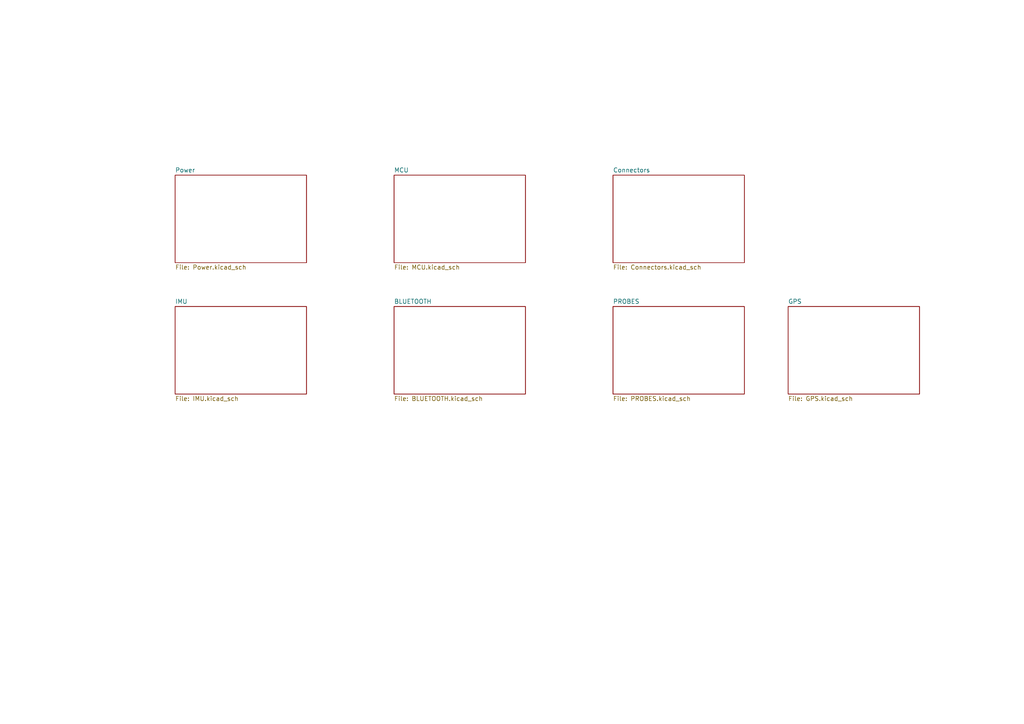
<source format=kicad_sch>
(kicad_sch (version 20211123) (generator eeschema)
  (paper "A4")
  (title_block (title "BadiBoard Test") (date "2021-04-20") (rev "1.0") (company "BadiJR"))
  (lib_symbols)
  (sheet (at 50.8 50.8) (size 38.1 25.4)
    (property "Sheet name" "Power" (at 50.8 50.0884 0) (effects (justify left bottom)))
    (property "Sheet file" "Power.kicad_sch" (at 50.8 76.7846 0) (effects (justify left top)))
  )
  (sheet (at 114.3 50.8) (size 38.1 25.4)
    (property "Sheet name" "MCU" (at 114.3 50.0884 0) (effects (justify left bottom)))
    (property "Sheet file" "MCU.kicad_sch" (at 114.3 76.7846 0) (effects (justify left top)))
  )
  (sheet (at 114.3 88.9) (size 38.1 25.4)
    (property "Sheet name" "BLUETOOTH" (at 114.3 88.1884 0) (effects (justify left bottom)))
    (property "Sheet file" "BLUETOOTH.kicad_sch" (at 114.3 114.8846 0) (effects (justify left top)))
  )
  (sheet (at 228.6 88.9) (size 38.1 25.4)
    (property "Sheet name" "GPS" (at 228.6 88.1884 0) (effects (justify left bottom)))
    (property "Sheet file" "GPS.kicad_sch" (at 228.6 114.8846 0) (effects (justify left top)))
  )
  (sheet (at 177.8 50.8) (size 38.1 25.4)
    (property "Sheet name" "Connectors" (at 177.8 50.0884 0) (effects (justify left bottom)))
    (property "Sheet file" "Connectors.kicad_sch" (at 177.8 76.7846 0) (effects (justify left top)))
  )
  (sheet (at 177.8 88.9) (size 38.1 25.4)
    (property "Sheet name" "PROBES" (at 177.8 88.1884 0) (effects (justify left bottom)))
    (property "Sheet file" "PROBES.kicad_sch" (at 177.8 114.8846 0) (effects (justify left top)))
  )
  (sheet (at 50.8 88.9) (size 38.1 25.4)
    (property "Sheet name" "IMU" (at 50.8 88.1884 0) (effects (justify left bottom)))
    (property "Sheet file" "IMU.kicad_sch" (at 50.8 114.8846 0) (effects (justify left top)))
  )
)
</source>
